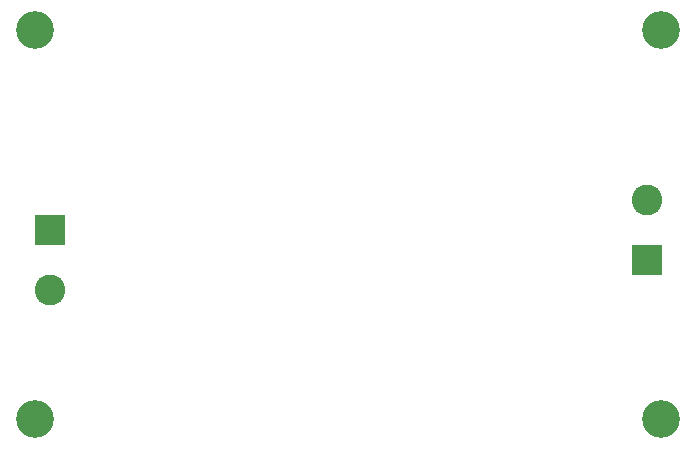
<source format=gbr>
%TF.GenerationSoftware,KiCad,Pcbnew,7.0.10*%
%TF.CreationDate,2024-02-13T13:45:35+01:00*%
%TF.ProjectId,turningLoopMosfet-overcurrent,7475726e-696e-4674-9c6f-6f704d6f7366,rev?*%
%TF.SameCoordinates,Original*%
%TF.FileFunction,Soldermask,Bot*%
%TF.FilePolarity,Negative*%
%FSLAX46Y46*%
G04 Gerber Fmt 4.6, Leading zero omitted, Abs format (unit mm)*
G04 Created by KiCad (PCBNEW 7.0.10) date 2024-02-13 13:45:35*
%MOMM*%
%LPD*%
G01*
G04 APERTURE LIST*
%ADD10C,3.200000*%
%ADD11R,2.600000X2.600000*%
%ADD12C,2.600000*%
G04 APERTURE END LIST*
D10*
%TO.C,REF\u002A\u002A*%
X164000000Y-62500000D03*
%TD*%
%TO.C,REF\u002A\u002A*%
X164000000Y-95500000D03*
%TD*%
%TO.C,REF\u002A\u002A*%
X217000000Y-95500000D03*
%TD*%
%TO.C,REF\u002A\u002A*%
X217000000Y-62500000D03*
%TD*%
D11*
%TO.C,J2*%
X215773000Y-82045000D03*
D12*
X215773000Y-76965000D03*
%TD*%
%TO.C,J1*%
X165195000Y-84535000D03*
D11*
X165195000Y-79455000D03*
%TD*%
M02*

</source>
